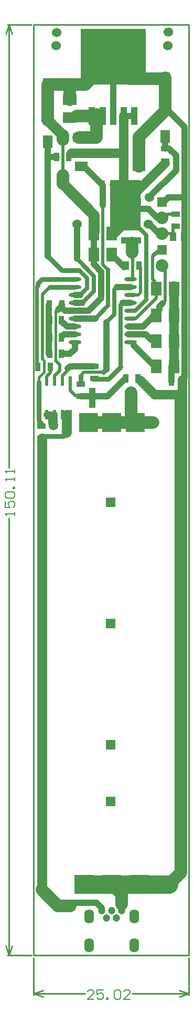
<source format=gtl>
%FSLAX43Y43*%
%MOMM*%
G71*
G01*
G75*
G04 Layer_Physical_Order=1*
G04 Layer_Color=255*
%ADD10R,0.950X1.400*%
%ADD11R,0.900X1.400*%
%ADD12R,1.600X2.100*%
%ADD13O,2.000X0.600*%
%ADD14R,3.300X1.050*%
%ADD15R,1.050X2.950*%
%ADD16R,10.600X9.000*%
%ADD17R,0.600X1.550*%
%ADD18R,1.400X0.950*%
%ADD19R,1.050X3.300*%
%ADD20R,1.800X2.250*%
%ADD21R,1.050X1.400*%
%ADD22R,1.800X2.250*%
%ADD23R,2.100X1.600*%
%ADD24R,2.250X1.800*%
%ADD25C,0.800*%
%ADD26C,1.600*%
%ADD27C,2.000*%
%ADD28C,1.000*%
%ADD29C,0.500*%
%ADD30C,0.400*%
%ADD31C,0.700*%
%ADD32C,3.000*%
%ADD33C,1.500*%
%ADD34C,1.800*%
%ADD35C,0.600*%
%ADD36R,5.000X8.175*%
%ADD37C,0.254*%
%ADD38C,0.152*%
%ADD39R,1.524X1.524*%
%ADD40R,3.064X3.064*%
%ADD41O,1.600X2.300*%
%ADD42C,1.200*%
%ADD43R,1.524X1.524*%
%ADD44C,2.032*%
%ADD45C,1.524*%
D10*
X2556Y105029D02*
D03*
X4556D02*
D03*
X2700Y94950D02*
D03*
X700D02*
D03*
X14875Y93091D02*
D03*
X16875D02*
D03*
X22275Y92550D02*
D03*
X24275D02*
D03*
X17002Y111252D02*
D03*
X15002D02*
D03*
X13065Y124333D02*
D03*
X11065D02*
D03*
X5699Y128778D02*
D03*
X3699D02*
D03*
D11*
X4506Y99695D02*
D03*
X2606D02*
D03*
X4506Y102489D02*
D03*
X2606D02*
D03*
X4506Y97028D02*
D03*
X2606D02*
D03*
D12*
X21209Y132129D02*
D03*
Y141429D02*
D03*
X2286Y131240D02*
D03*
Y140540D02*
D03*
D13*
X6676Y109093D02*
D03*
Y107823D02*
D03*
Y106553D02*
D03*
Y105283D02*
D03*
Y104013D02*
D03*
Y102743D02*
D03*
Y101473D02*
D03*
Y100203D02*
D03*
Y98933D02*
D03*
X15676Y109093D02*
D03*
Y107823D02*
D03*
Y106553D02*
D03*
Y105283D02*
D03*
Y104013D02*
D03*
Y102743D02*
D03*
Y101473D02*
D03*
Y100203D02*
D03*
Y98933D02*
D03*
D14*
X15748Y115391D02*
D03*
Y121591D02*
D03*
D15*
X9427Y135432D02*
D03*
X11127D02*
D03*
X12827D02*
D03*
X14527D02*
D03*
X16227D02*
D03*
D16*
X12827Y144982D02*
D03*
D17*
X2145Y87250D02*
D03*
X3415D02*
D03*
X4685D02*
D03*
X5955D02*
D03*
X2145Y92650D02*
D03*
X3415D02*
D03*
X4685D02*
D03*
X5955D02*
D03*
D18*
X1275Y83400D02*
D03*
Y85400D02*
D03*
X7620Y90186D02*
D03*
Y92186D02*
D03*
X9779Y93075D02*
D03*
Y95075D02*
D03*
X22900Y117625D02*
D03*
Y119625D02*
D03*
X21209Y128159D02*
D03*
Y130159D02*
D03*
D19*
X15673Y89916D02*
D03*
X9473D02*
D03*
D20*
X22659Y94996D02*
D03*
X19759D02*
D03*
X22659Y99060D02*
D03*
X19759D02*
D03*
X22659Y103251D02*
D03*
X19759D02*
D03*
X22659Y107569D02*
D03*
X19759D02*
D03*
X9742Y113030D02*
D03*
X12642D02*
D03*
D21*
X24268Y115951D02*
D03*
X22468D02*
D03*
X5069Y131953D02*
D03*
X6869D02*
D03*
D22*
X12642Y116459D02*
D03*
X9742D02*
D03*
D23*
X7669Y127254D02*
D03*
X16969D02*
D03*
D24*
X5825Y135175D02*
D03*
Y138075D02*
D03*
D25*
X1300Y83425D02*
X1675Y83800D01*
X4775D02*
X5325Y84350D01*
X1675Y83800D02*
X4775D01*
X7620Y92186D02*
Y93545D01*
X4600Y110525D02*
X7331D01*
X2286Y112839D02*
X4600Y110525D01*
X11271Y94075D02*
X11750Y94554D01*
X9525Y92964D02*
X12065D01*
X700Y108436D02*
X1357Y109093D01*
X6676D01*
X12065Y92964D02*
X14050Y94949D01*
X1275Y85400D02*
Y85800D01*
X850Y86225D02*
X1275Y85800D01*
X850Y86225D02*
Y92500D01*
X700Y108075D02*
Y108436D01*
X2598Y107823D02*
X6676D01*
D26*
X1300Y10638D02*
Y83425D01*
X5325Y84350D02*
Y87225D01*
D27*
X1300Y10638D02*
X3913Y8025D01*
X10160Y135636D02*
X10364Y135432D01*
X9427D02*
X10160D01*
X10364D01*
X10160D02*
Y135636D01*
X15596Y141429D02*
X21209D01*
X15875Y113411D02*
Y114935D01*
X8385Y140540D02*
X12827Y144982D01*
X6223Y140540D02*
X8385D01*
X4699Y124460D02*
Y125889D01*
X8890Y85979D02*
X12573D01*
X16383D01*
X19304D01*
X15748Y86614D02*
X16383Y85979D01*
X21844Y11430D02*
X23749Y13335D01*
Y90424D01*
X16969Y127254D02*
Y132031D01*
X21209Y136271D01*
Y141605D01*
X7239Y131953D02*
X10160D01*
X3913Y8025D02*
X5875D01*
X2286Y134736D02*
Y140540D01*
X4699Y131583D02*
Y132323D01*
X6961Y135432D02*
X9427D01*
X2286Y140540D02*
X6223D01*
X5825Y138075D02*
Y140142D01*
X6223Y140540D01*
X15748Y86614D02*
Y90805D01*
X10160Y131953D02*
Y135432D01*
X12842Y116659D02*
X14547Y118364D01*
X16002D01*
X14173Y8223D02*
Y9830D01*
X12573Y11430D02*
X14173Y9830D01*
D28*
X5875Y95075D02*
X9779D01*
X2286Y112839D02*
Y131240D01*
X9726Y111506D02*
X10950Y110282D01*
Y106073D02*
Y110282D01*
X8890Y104013D02*
X10950Y106073D01*
X6676Y102743D02*
X9968D01*
X11750Y94554D02*
Y102150D01*
X20800Y105175D02*
Y105200D01*
X20320Y104695D02*
X20800Y105175D01*
X20320Y104140D02*
Y104695D01*
X10973Y7239D02*
Y7696D01*
X18098Y100203D02*
X18987Y99314D01*
X15295Y100203D02*
X18098D01*
X4596Y102271D02*
X5395Y101473D01*
X6676D01*
X4887Y100203D02*
X6676D01*
X4602Y99919D02*
X4887Y100203D01*
X2479Y97028D02*
Y99695D01*
Y102489D01*
Y104952D01*
X13462Y107823D02*
X15676D01*
X14351Y105283D02*
X15676D01*
X8144Y127254D02*
X11192Y124206D01*
X21209Y130159D02*
Y132129D01*
X14527Y135432D02*
X16227D01*
X12827D02*
Y144198D01*
Y144982D01*
X9726Y111506D02*
Y116713D01*
X6676Y104013D02*
X8890D01*
X20955Y121539D02*
X21717Y122301D01*
X24384D01*
X20701Y121539D02*
X20955D01*
X15748Y120396D02*
X18542D01*
X19939Y118999D01*
X18796Y117856D02*
X20193Y116459D01*
X2286Y128778D02*
X3699D01*
X21860Y130159D02*
X22987Y129032D01*
X18796Y122428D02*
X22987Y126619D01*
Y129032D01*
X15295Y101473D02*
X17653D01*
X20320Y104140D01*
X7620Y90186D02*
X11902D01*
X14714Y92998D01*
X4625Y97028D02*
X5842D01*
X6676Y97862D01*
Y98679D01*
X4556Y104537D02*
Y105029D01*
Y104537D02*
X5080Y104013D01*
X6676D01*
X12642Y113030D02*
X14674Y110998D01*
X6676Y105283D02*
X7874D01*
X6676Y106553D02*
X7493D01*
X6985Y112395D02*
Y117983D01*
X3950Y104153D02*
X4318Y104521D01*
X3950Y104150D02*
Y104153D01*
X11192Y121027D02*
Y124206D01*
X17002Y92710D02*
X17290D01*
X18987Y99314D02*
X19124D01*
X16125Y98425D02*
X19124Y95426D01*
X5750Y8509D02*
X10160D01*
X10973Y7696D01*
X24350Y93168D02*
Y133638D01*
X21463Y136525D02*
X24350Y133638D01*
X22275Y92583D02*
Y94996D01*
X24000Y92818D02*
X24350Y93168D01*
X5500Y94700D02*
X5875Y95075D01*
X3225Y85500D02*
X3415Y85690D01*
X2900Y85825D02*
X3225Y85500D01*
X2900Y85825D02*
Y86500D01*
X2850Y86550D02*
X2900Y86500D01*
X3415Y85690D02*
Y87250D01*
X2145D02*
X2850D01*
X18796Y122174D02*
Y122428D01*
X14173Y7239D02*
Y8223D01*
D29*
X8150Y94075D02*
X11271D01*
X7620Y93545D02*
X8150Y94075D01*
X3575Y96000D02*
X4250Y95325D01*
Y94350D02*
Y95325D01*
X3415Y93515D02*
X4250Y94350D01*
X3415Y92650D02*
Y93515D01*
X2725Y94025D02*
Y94725D01*
X2145Y93445D02*
X2725Y94025D01*
X2145Y92650D02*
Y93445D01*
X19177Y112802D02*
X19375Y113000D01*
X19177Y109093D02*
Y112802D01*
Y109093D02*
X19558Y108712D01*
X11192Y111490D02*
X12050Y110632D01*
X21209Y105609D02*
Y110871D01*
X20800Y105200D02*
X21209Y105609D01*
X15676Y106553D02*
X16891D01*
X7669Y127254D02*
X8144D01*
X12827Y144198D02*
X15596Y141429D01*
X21209Y130159D02*
X21860D01*
X7653Y127270D02*
X7669Y127254D01*
X4318Y104521D02*
Y105156D01*
X22468Y116586D02*
Y117861D01*
X21082Y118999D02*
X21701Y119618D01*
X22733D01*
X21209Y127762D02*
Y128159D01*
X20701Y118856D02*
X20844Y118999D01*
X20701D02*
X20844D01*
X21082D01*
X19939D02*
X20701D01*
X20193Y116459D02*
X22595D01*
X4699Y125889D02*
Y131583D01*
X15676Y104013D02*
X16383D01*
X6985Y90297D02*
X6988Y90300D01*
X21209Y110871D02*
X21463Y111125D01*
X15295Y102743D02*
X16510D01*
X19812Y106045D01*
Y107696D01*
X15875Y113411D02*
X16002Y113157D01*
X15676Y109093D02*
X16002Y109419D01*
Y113157D01*
X20447Y113792D02*
X21082D01*
X11192Y111490D02*
Y121027D01*
X3575Y103775D02*
X3950Y104150D01*
X19124Y94996D02*
Y95426D01*
X15617Y98933D02*
X16125Y98425D01*
X15295Y98933D02*
X15617D01*
X22275Y94996D02*
X22659D01*
X6780Y90300D02*
X6988D01*
X5955Y91125D02*
X6780Y90300D01*
X4685Y92650D02*
Y93510D01*
X5350Y94175D01*
Y94900D01*
X5955Y91125D02*
Y92650D01*
X1454Y96225D02*
Y106679D01*
X2598Y107823D01*
X16891Y106553D02*
X17272Y106934D01*
Y110998D01*
D30*
X1700Y94125D02*
Y95979D01*
X850Y93275D02*
X1700Y94125D01*
X850Y92500D02*
Y93275D01*
X3575Y96000D02*
Y103775D01*
X1454Y96225D02*
X1700Y95979D01*
D31*
X20104Y113449D02*
X20447Y113792D01*
X19899Y113449D02*
X20104D01*
X19418Y112968D02*
X19899Y113449D01*
X7331Y110525D02*
X8625Y109231D01*
Y107685D02*
Y109231D01*
X7493Y106553D02*
X8625Y107685D01*
X6985Y112395D02*
X9750Y109630D01*
Y107159D02*
Y109630D01*
X7874Y105283D02*
X9750Y107159D01*
X11750Y102150D02*
X13000Y103400D01*
Y107361D01*
X13462Y107823D01*
X12050Y104825D02*
Y110632D01*
X9968Y102743D02*
X12050Y104825D01*
X16383Y104013D02*
X18161Y105791D01*
Y109347D01*
X14050Y94949D02*
Y104982D01*
X14351Y105283D01*
X18161Y109347D02*
Y116205D01*
X15748Y118618D02*
X18161Y116205D01*
D32*
X8077Y11430D02*
X12573D01*
X17069D01*
X21844D01*
X15748Y118618D02*
Y120396D01*
D33*
X6096Y129413D02*
X14527D01*
Y135432D01*
X22659Y94996D02*
Y107950D01*
X15748Y122301D02*
X21209Y127762D01*
X15807Y121591D02*
X16002D01*
X13065Y124333D02*
X15807Y121591D01*
X15748Y121845D02*
Y122301D01*
X14527Y123066D02*
Y129413D01*
Y123066D02*
X15748Y121845D01*
X16002Y121591D01*
X15748Y120396D02*
Y121337D01*
X17290Y92710D02*
X19576Y90424D01*
X24000D01*
Y92818D01*
D34*
X4699Y124460D02*
X9726Y119433D01*
Y116713D02*
Y119433D01*
X2286Y134736D02*
X4699Y132323D01*
D35*
X528Y95400D02*
Y107903D01*
X700Y108075D01*
D36*
X14825Y121062D02*
D03*
D37*
X25019Y-6379D02*
Y-381D01*
X0Y-6379D02*
Y-381D01*
X15937Y-6125D02*
X25019D01*
X0D02*
X8269D01*
X23495Y-5617D02*
X25019Y-6125D01*
X23495Y-6633D02*
X25019Y-6125D01*
X0D02*
X1524Y-6633D01*
X0Y-6125D02*
X1524Y-5617D01*
X-4254Y0D02*
X-381D01*
X-4254Y150114D02*
X-381D01*
X-4000Y0D02*
Y70562D01*
Y78739D02*
Y150114D01*
Y0D02*
X-3492Y1524D01*
X-4508D02*
X-4000Y0D01*
X-4508Y148590D02*
X-4000Y150114D01*
X-3492Y148590D01*
X0Y0D02*
Y150114D01*
X25019D01*
Y0D02*
Y150114D01*
X0Y0D02*
X25019D01*
D38*
X9691Y-7039D02*
X8675D01*
X9691Y-6023D01*
Y-5770D01*
X9437Y-5516D01*
X8929D01*
X8675Y-5770D01*
X11214Y-5516D02*
X10199D01*
Y-6277D01*
X10707Y-6023D01*
X10960D01*
X11214Y-6277D01*
Y-6785D01*
X10960Y-7039D01*
X10453D01*
X10199Y-6785D01*
X11722Y-7039D02*
Y-6785D01*
X11976D01*
Y-7039D01*
X11722D01*
X12992Y-5770D02*
X13246Y-5516D01*
X13754D01*
X14007Y-5770D01*
Y-6785D01*
X13754Y-7039D01*
X13246D01*
X12992Y-6785D01*
Y-5770D01*
X15531Y-7039D02*
X14515D01*
X15531Y-6023D01*
Y-5770D01*
X15277Y-5516D01*
X14769D01*
X14515Y-5770D01*
X-3086Y70969D02*
Y71477D01*
Y71223D01*
X-4609D01*
X-4355Y70969D01*
X-4609Y73254D02*
Y72238D01*
X-3848D01*
X-4102Y72746D01*
Y73000D01*
X-3848Y73254D01*
X-3340D01*
X-3086Y73000D01*
Y72492D01*
X-3340Y72238D01*
X-4355Y73762D02*
X-4609Y74016D01*
Y74524D01*
X-4355Y74778D01*
X-3340D01*
X-3086Y74524D01*
Y74016D01*
X-3340Y73762D01*
X-4355D01*
X-3086Y75285D02*
X-3340D01*
Y75539D01*
X-3086D01*
Y75285D01*
Y76555D02*
Y77063D01*
Y76809D01*
X-4609D01*
X-4355Y76555D01*
X-3086Y77825D02*
Y78332D01*
Y78078D01*
X-4609D01*
X-4355Y77825D01*
D39*
X12443Y24876D02*
D03*
Y34020D02*
D03*
Y53578D02*
D03*
Y73136D02*
D03*
D40*
X16383Y85979D02*
D03*
X12573D02*
D03*
X8890D02*
D03*
X17069Y11430D02*
D03*
X12573D02*
D03*
X8077D02*
D03*
D41*
X8923Y1689D02*
D03*
X16223D02*
D03*
X8923Y6339D02*
D03*
X16223D02*
D03*
D42*
X10973Y7239D02*
D03*
X11773Y6039D02*
D03*
X12573Y7239D02*
D03*
X13373Y6039D02*
D03*
X14173Y7239D02*
D03*
D43*
X20701Y113792D02*
D03*
Y121539D02*
D03*
D44*
Y111252D02*
D03*
Y116459D02*
D03*
Y118999D02*
D03*
D45*
X15875Y113411D02*
D03*
X10160Y131953D02*
D03*
X19304Y85979D02*
D03*
X3225Y85500D02*
D03*
X6985Y117983D02*
D03*
X18542D02*
D03*
X18669Y122301D02*
D03*
X3600Y146750D02*
D03*
X3700Y148925D02*
D03*
X21750Y148975D02*
D03*
X21650Y146800D02*
D03*
M02*

</source>
